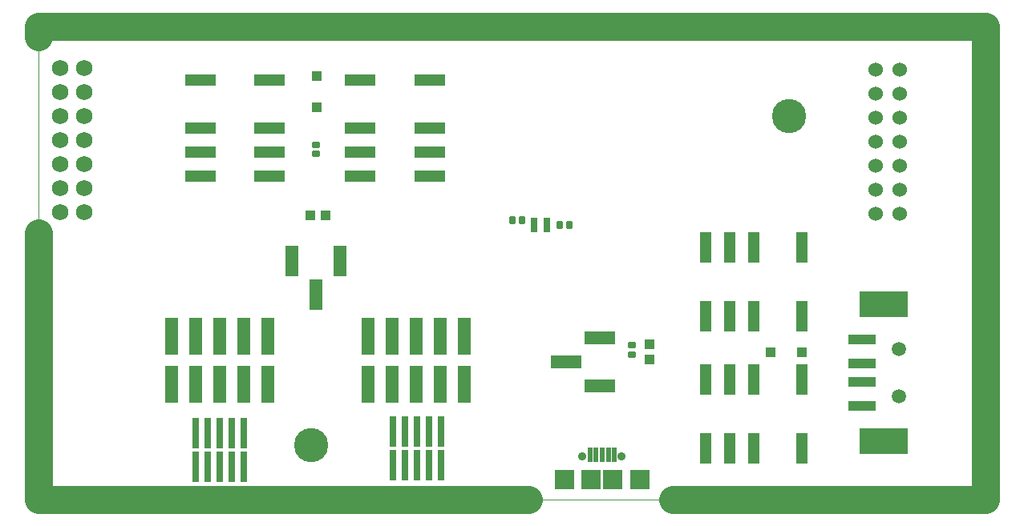
<source format=gts>
G04*
G04 #@! TF.GenerationSoftware,Altium Limited,Altium Designer,18.1.9 (240)*
G04*
G04 Layer_Color=8388736*
%FSLAX25Y25*%
%MOIN*%
G70*
G01*
G75*
%ADD17C,0.00039*%
%ADD35C,0.11811*%
%ADD36R,0.05131X0.12611*%
%ADD37R,0.12611X0.05131*%
G04:AMPARAMS|DCode=38|XSize=31.62mil|YSize=27.69mil|CornerRadius=5.48mil|HoleSize=0mil|Usage=FLASHONLY|Rotation=180.000|XOffset=0mil|YOffset=0mil|HoleType=Round|Shape=RoundedRectangle|*
%AMROUNDEDRECTD38*
21,1,0.03162,0.01673,0,0,180.0*
21,1,0.02067,0.02769,0,0,180.0*
1,1,0.01095,-0.01034,0.00837*
1,1,0.01095,0.01034,0.00837*
1,1,0.01095,0.01034,-0.00837*
1,1,0.01095,-0.01034,-0.00837*
%
%ADD38ROUNDEDRECTD38*%
%ADD39R,0.03950X0.03950*%
%ADD40R,0.04100X0.04100*%
%ADD41R,0.05800X0.12800*%
%ADD42R,0.02600X0.12600*%
%ADD43R,0.05800X0.15300*%
%ADD44R,0.02572X0.01981*%
G04:AMPARAMS|DCode=45|XSize=31.62mil|YSize=27.69mil|CornerRadius=5.48mil|HoleSize=0mil|Usage=FLASHONLY|Rotation=90.000|XOffset=0mil|YOffset=0mil|HoleType=Round|Shape=RoundedRectangle|*
%AMROUNDEDRECTD45*
21,1,0.03162,0.01673,0,0,90.0*
21,1,0.02067,0.02769,0,0,90.0*
1,1,0.01095,0.00837,0.01034*
1,1,0.01095,0.00837,-0.01034*
1,1,0.01095,-0.00837,-0.01034*
1,1,0.01095,-0.00837,0.01034*
%
%ADD45ROUNDEDRECTD45*%
%ADD46R,0.04100X0.04100*%
%ADD47R,0.03950X0.03950*%
%ADD48R,0.11824X0.04343*%
%ADD49R,0.20485X0.10642*%
%ADD50R,0.07887X0.08280*%
%ADD51R,0.02375X0.06115*%
%ADD52R,0.12800X0.05800*%
%ADD53C,0.14186*%
%ADD54C,0.06800*%
%ADD55C,0.05918*%
%ADD56C,0.06000*%
%ADD57C,0.03556*%
D17*
X39370Y39370D02*
Y236221D01*
Y39370D02*
X433071D01*
Y236221D01*
X39370D02*
X433071D01*
D35*
X39370Y231800D02*
Y236221D01*
X303150Y39370D02*
X433071Y39370D01*
X39370D02*
X243110D01*
X39370Y150400D02*
X39370Y39370D01*
Y236221D02*
X433071D01*
Y39370D02*
Y236221D01*
D36*
X316614Y115551D02*
D03*
X326614D02*
D03*
X336614D02*
D03*
X356614D02*
D03*
Y144291D02*
D03*
X336614D02*
D03*
X326614D02*
D03*
X316614D02*
D03*
X316516Y60433D02*
D03*
X326516D02*
D03*
X336516D02*
D03*
X356516D02*
D03*
Y89173D02*
D03*
X336516D02*
D03*
X326516D02*
D03*
X316516D02*
D03*
D37*
X201870Y174000D02*
D03*
Y184000D02*
D03*
Y194000D02*
D03*
Y214000D02*
D03*
X173130D02*
D03*
Y194000D02*
D03*
Y184000D02*
D03*
Y174000D02*
D03*
X135370D02*
D03*
Y184000D02*
D03*
Y194000D02*
D03*
Y214000D02*
D03*
X106630D02*
D03*
Y194000D02*
D03*
Y184000D02*
D03*
Y174000D02*
D03*
D38*
X154600Y183132D02*
D03*
Y187068D02*
D03*
X286100Y99532D02*
D03*
Y103469D02*
D03*
D39*
X152350Y157500D02*
D03*
X158650D02*
D03*
D40*
X155000Y215550D02*
D03*
Y202450D02*
D03*
D41*
X144500Y138500D02*
D03*
X154500Y124500D02*
D03*
X164500Y138500D02*
D03*
D42*
X124567Y53039D02*
D03*
Y67039D02*
D03*
X119567Y53039D02*
D03*
Y67039D02*
D03*
X114567Y53039D02*
D03*
Y67039D02*
D03*
X109567Y53039D02*
D03*
Y67039D02*
D03*
X104567Y53039D02*
D03*
Y67039D02*
D03*
X206752Y53630D02*
D03*
Y67630D02*
D03*
X201752Y53630D02*
D03*
Y67630D02*
D03*
X196752Y53630D02*
D03*
Y67630D02*
D03*
X191752Y53630D02*
D03*
Y67630D02*
D03*
X186752Y53630D02*
D03*
Y67630D02*
D03*
D43*
X134567Y107244D02*
D03*
X124567D02*
D03*
X114567D02*
D03*
X104567D02*
D03*
X94567D02*
D03*
Y87244D02*
D03*
X104567D02*
D03*
X114567D02*
D03*
X134567D02*
D03*
X124567D02*
D03*
X216457Y107264D02*
D03*
X206457D02*
D03*
X196457D02*
D03*
X186457D02*
D03*
X176457D02*
D03*
Y87264D02*
D03*
X186457D02*
D03*
X196457D02*
D03*
X216457D02*
D03*
X206457D02*
D03*
D44*
X245374Y155512D02*
D03*
Y153543D02*
D03*
Y151575D02*
D03*
X250689D02*
D03*
Y153543D02*
D03*
Y155512D02*
D03*
D45*
X236221Y155512D02*
D03*
X240158D02*
D03*
X259968Y153500D02*
D03*
X256031D02*
D03*
D46*
X356750Y100600D02*
D03*
X343650D02*
D03*
D47*
X293207Y103957D02*
D03*
Y97658D02*
D03*
D48*
X381693Y78347D02*
D03*
Y88189D02*
D03*
Y96063D02*
D03*
Y105905D02*
D03*
D49*
X390551Y63583D02*
D03*
Y120669D02*
D03*
D50*
X289370Y47441D02*
D03*
X278150D02*
D03*
X269094D02*
D03*
X257874D02*
D03*
D51*
X278740Y57972D02*
D03*
X276181D02*
D03*
X273622D02*
D03*
X271063D02*
D03*
X268504D02*
D03*
D52*
X272748Y106457D02*
D03*
X258748Y96457D02*
D03*
X272748Y86457D02*
D03*
D53*
X152700Y61800D02*
D03*
X351200Y199000D02*
D03*
D54*
X48300Y158800D02*
D03*
X58300D02*
D03*
X48300Y168800D02*
D03*
X58300D02*
D03*
X48300Y178800D02*
D03*
X58300D02*
D03*
X48300Y188800D02*
D03*
X58300D02*
D03*
X48300Y198800D02*
D03*
X58300D02*
D03*
X48300Y208800D02*
D03*
X58300D02*
D03*
X48300Y218800D02*
D03*
X58300D02*
D03*
D55*
X396850Y101969D02*
D03*
Y82284D02*
D03*
D56*
X387400Y158400D02*
D03*
X397400D02*
D03*
X387400Y168400D02*
D03*
X397400D02*
D03*
X387400Y178400D02*
D03*
X397400D02*
D03*
X387400Y188400D02*
D03*
X397400D02*
D03*
X387400Y198400D02*
D03*
X397400D02*
D03*
X387400Y208400D02*
D03*
X397400D02*
D03*
X387400Y218400D02*
D03*
X397400D02*
D03*
D57*
X265453Y57087D02*
D03*
X281791D02*
D03*
M02*

</source>
